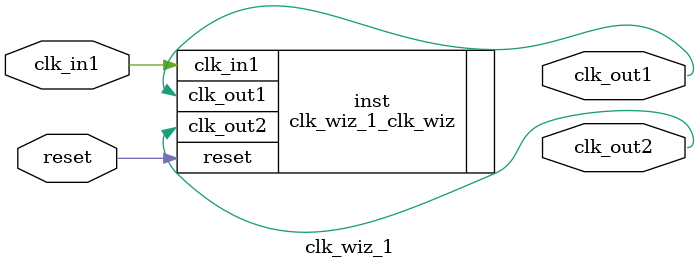
<source format=v>


`timescale 1ps/1ps

(* CORE_GENERATION_INFO = "clk_wiz_1,clk_wiz_v6_0_10_0_0,{component_name=clk_wiz_1,use_phase_alignment=true,use_min_o_jitter=false,use_max_i_jitter=false,use_dyn_phase_shift=false,use_inclk_switchover=false,use_dyn_reconfig=false,enable_axi=0,feedback_source=FDBK_AUTO,PRIMITIVE=MMCM,num_out_clk=2,clkin1_period=10.000,clkin2_period=10.000,use_power_down=false,use_reset=true,use_locked=false,use_inclk_stopped=false,feedback_type=SINGLE,CLOCK_MGR_TYPE=NA,manual_override=false}" *)

module clk_wiz_1 
 (
  // Clock out ports
  output        clk_out1,
  output        clk_out2,
  // Status and control signals
  input         reset,
 // Clock in ports
  input         clk_in1
 );

  clk_wiz_1_clk_wiz inst
  (
  // Clock out ports  
  .clk_out1(clk_out1),
  .clk_out2(clk_out2),
  // Status and control signals               
  .reset(reset), 
 // Clock in ports
  .clk_in1(clk_in1)
  );

endmodule

</source>
